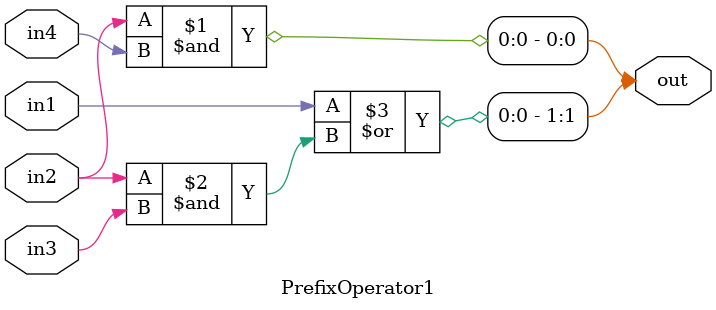
<source format=v>
module PrefixOperator1(out,in1,in2,in3,in4);

input in1,in2,in3,in4;
output [1:0]out;

assign out[0] = in2 & in4;
assign out[1] = in1 | (in2 & in3);

endmodule

</source>
